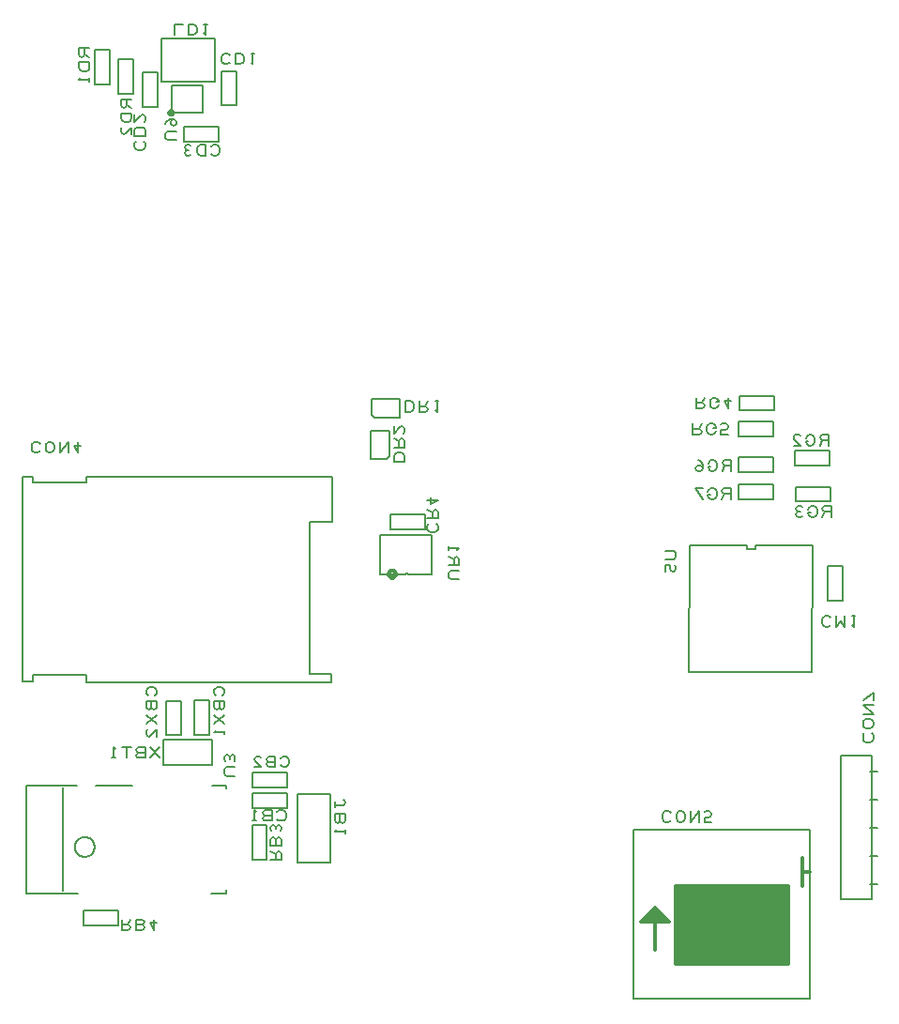
<source format=gbr>
%FSLAX35Y35*%
%MOMM*%
G04 EasyPC Gerber Version 18.0.9 Build 3640 *
%ADD10C,0.12700*%
%ADD91C,0.20000*%
%ADD92C,0.30480*%
X0Y0D02*
D02*
D10*
X761440Y5292260D02*
X753500Y5300200D01*
X737620Y5308140*
X713810*
X697940Y5300200*
X690000Y5292260*
X682060Y5276390*
Y5244640*
X690000Y5228760*
X697940Y5220820*
X713810Y5212890*
X737620*
X753500Y5220820*
X761440Y5228760*
X809060Y5276390D02*
Y5244640D01*
X817000Y5228760*
X824940Y5220820*
X840810Y5212890*
X856690*
X872560Y5220820*
X880500Y5228760*
X888440Y5244640*
Y5276390*
X880500Y5292260*
X872560Y5300200*
X856690Y5308140*
X840810*
X824940Y5300200*
X817000Y5292260*
X809060Y5276390*
X936060Y5308140D02*
Y5212890D01*
X1015440Y5308140*
Y5212890*
X1102750Y5308140D02*
Y5212890D01*
X1063060Y5276390*
X1126560*
X963070Y2190850D02*
Y1259850D01*
X1096070Y2211850D02*
X634070D01*
Y1231850*
X1103070*
X1124070Y1735850D02*
X1131660Y1739060D01*
X1139520Y1741550*
X1147570Y1743310*
X1155750Y1744320*
X1163990Y1744570*
X1172220Y1744060*
X1180360Y1742790*
X1188350Y1740780*
X1196120Y1738040*
X1203610Y1734590*
X1210750Y1730470*
X1217480Y1725700*
X1223740Y1720330*
X1229470Y1714410*
X1234630Y1707990*
X1239180Y1701120*
X1243080Y1693860*
X1246290Y1686270*
X1248790Y1678410*
X1250550Y1670360*
X1251560Y1662180*
X1251810Y1653940*
X1251300Y1645710*
X1250030Y1637560*
X1248020Y1629570*
X1245280Y1621800*
X1241830Y1614310*
X1237710Y1607170*
X1232940Y1600440*
X1227570Y1594180*
X1221650Y1588440*
X1215220Y1583270*
X1208340Y1578720*
X1201070Y1574850*
X1193480Y1571640*
X1185620Y1569150*
X1177570Y1567390*
X1169390Y1566380*
X1161150Y1566130*
X1152920Y1566640*
X1144780Y1567910*
X1136790Y1569920*
X1129020Y1572660*
X1121530Y1576110*
X1114390Y1580230*
X1107660Y1585000*
X1101400Y1590370*
X1095670Y1596290*
X1090510Y1602710*
X1085960Y1609580*
X1082060Y1616840*
X1078850Y1624430*
X1076350Y1632290*
X1074590Y1640340*
X1073580Y1648520*
X1073330Y1656760*
X1073840Y1664990*
X1075110Y1673140*
X1077120Y1681130*
X1079860Y1688900*
X1083310Y1696390*
X1087430Y1703530*
X1092200Y1710260*
X1097570Y1716520*
X1103490Y1722260*
X1109920Y1727430*
X1116800Y1731980*
X1124070Y1735850*
X1206160Y8860160D02*
X1110910D01*
Y8804600*
X1118840Y8788720*
X1134720Y8780780*
X1150590Y8788720*
X1158530Y8804600*
Y8860160*
Y8804600D02*
X1206160Y8780780D01*
Y8733160D02*
X1110910D01*
Y8685530*
X1118840Y8669660*
X1126780Y8661720*
X1142660Y8653780*
X1174410*
X1190280Y8661720*
X1198220Y8669660*
X1206160Y8685530*
Y8733160*
Y8590280D02*
Y8558530D01*
Y8574410D02*
X1110910D01*
X1126780Y8590280*
X1251420Y8535940D02*
X1386040D01*
Y8848360*
X1251420*
Y8535940*
X1463810Y8450350D02*
X1598430D01*
Y8762770*
X1463810*
Y8450350*
X1465430Y950270D02*
Y1084890D01*
X1153010*
Y950270*
X1465430*
X1496250Y1000110D02*
Y904860D01*
X1551810*
X1567690Y912790*
X1575630Y928670*
X1567690Y944540*
X1551810Y952480*
X1496250*
X1551810D02*
X1575630Y1000110D01*
X1678810Y952480D02*
X1694690Y960420D01*
X1702630Y976290*
X1694690Y992170*
X1678810Y1000110*
X1623250*
Y904860*
X1678810*
X1694690Y912790*
X1702630Y928670*
X1694690Y944540*
X1678810Y952480*
X1623250*
X1789940Y1000110D02*
Y904860D01*
X1750250Y968360*
X1813750*
X1627870Y8020240D02*
X1619930Y8012300D01*
X1611990Y7996420*
Y7972610*
X1619930Y7956740*
X1627870Y7948800*
X1643740Y7940860*
X1675490*
X1691370Y7948800*
X1699310Y7956740*
X1707240Y7972610*
Y7996420*
X1699310Y8012300*
X1691370Y8020240*
X1611990Y8067860D02*
X1707240D01*
Y8115490*
X1699310Y8131360*
X1691370Y8139300*
X1675490Y8147240*
X1643740*
X1627870Y8139300*
X1619930Y8131360*
X1611990Y8115490*
Y8067860*
Y8258360D02*
Y8194860D01*
X1667560Y8250420*
X1683430Y8258360*
X1699310Y8250420*
X1707240Y8234550*
Y8210740*
X1699310Y8194860*
X1593070Y2211850D02*
X1264070D01*
X1586560Y8400510D02*
X1491310D01*
Y8344950*
X1499240Y8329070*
X1515120Y8321130*
X1530990Y8329070*
X1538930Y8344950*
Y8400510*
Y8344950D02*
X1586560Y8321130D01*
Y8273510D02*
X1491310D01*
Y8225880*
X1499240Y8210010*
X1507180Y8202070*
X1523060Y8194130*
X1554810*
X1570680Y8202070*
X1578620Y8210010*
X1586560Y8225880*
Y8273510*
Y8083010D02*
Y8146510D01*
X1530990Y8090950*
X1515120Y8083010*
X1499240Y8090950*
X1491310Y8106820*
Y8130630*
X1499240Y8146510*
X1682540Y8326720D02*
X1817160D01*
Y8639140*
X1682540*
Y8326720*
X1835440Y2458380D02*
X1756060Y2553630D01*
X1835440D02*
X1756060Y2458380D01*
X1652880Y2506010D02*
X1637000Y2498070D01*
X1629060Y2482200*
X1637000Y2466320*
X1652880Y2458380*
X1708440*
Y2553630*
X1652880*
X1637000Y2545700*
X1629060Y2529820*
X1637000Y2513950*
X1652880Y2506010*
X1708440*
X1541750Y2458380D02*
Y2553630D01*
X1581440D02*
X1502060D01*
X1438560Y2458380D02*
X1406810D01*
X1422690D02*
Y2553630D01*
X1438560Y2537760*
X1795750Y3017720D02*
X1803690Y3025660D01*
X1811630Y3041540*
Y3065350*
X1803690Y3081220*
X1795750Y3089160*
X1779880Y3097100*
X1748130*
X1732250Y3089160*
X1724310Y3081220*
X1716380Y3065350*
Y3041540*
X1724310Y3025660*
X1732250Y3017720*
X1764000Y2914540D02*
X1771940Y2898660D01*
X1787810Y2890720*
X1803690Y2898660*
X1811630Y2914540*
Y2970100*
X1716380*
Y2914540*
X1724310Y2898660*
X1740190Y2890720*
X1756060Y2898660*
X1764000Y2914540*
Y2970100*
X1811630Y2843100D02*
X1716380Y2763720D01*
Y2843100D02*
X1811630Y2763720D01*
Y2652600D02*
Y2716100D01*
X1756060Y2660540*
X1740190Y2652600*
X1724310Y2660540*
X1716380Y2676410*
Y2700220*
X1724310Y2716100*
X1857480Y8947780D02*
X2333280D01*
Y8556980*
X1857480*
Y8947780*
X1986200Y8029620D02*
X1914770D01*
X1898890Y8037560*
X1890950Y8053430*
Y8085180*
X1898890Y8101060*
X1914770Y8109000*
X1986200*
X1890950Y8180430D02*
X1898890Y8196310D01*
X1914770Y8212180*
X1938580Y8220120*
X1962390*
X1978270Y8212180*
X1986200Y8196310*
Y8180430*
X1978270Y8164560*
X1962390Y8156620*
X1946520Y8164560*
X1938580Y8180430*
Y8196310*
X1946520Y8212180*
X1962390Y8220120*
X1965220Y8277890D02*
X1964830Y8273480D01*
X1963680Y8269200*
X1961810Y8265190*
X1959270Y8261560*
X1956140Y8258430*
X1952510Y8255890*
X1948500Y8254020*
X1944220Y8252880*
X1939810Y8252500*
X1935400Y8252890*
X1931130Y8254040*
X1927120Y8255910*
X1923500Y8258450*
X1920370Y8261580*
X1917830Y8265210*
X1915960Y8269220*
X1914820Y8273490*
X1914420Y8277890*
X1914810Y8282300*
X1915960Y8286580*
X1917830Y8290590*
X1920370Y8294220*
X1923500Y8297350*
X1927130Y8299890*
X1931140Y8301760*
X1935420Y8302900*
X1939830Y8303280*
X1944240Y8302890*
X1948510Y8301740*
X1952520Y8299870*
X1956140Y8297330*
X1959270Y8294200*
X1961810Y8290570*
X1963680Y8286560*
X1964820Y8282290*
X1965220Y8277890*
G36*
X1964830Y8273480*
X1963680Y8269200*
X1961810Y8265190*
X1959270Y8261560*
X1956140Y8258430*
X1952510Y8255890*
X1948500Y8254020*
X1944220Y8252880*
X1939810Y8252500*
X1935400Y8252890*
X1931130Y8254040*
X1927120Y8255910*
X1923500Y8258450*
X1920370Y8261580*
X1917830Y8265210*
X1915960Y8269220*
X1914820Y8273490*
X1914420Y8277890*
X1914810Y8282300*
X1915960Y8286580*
X1917830Y8290590*
X1920370Y8294220*
X1923500Y8297350*
X1927130Y8299890*
X1931140Y8301760*
X1935420Y8302900*
X1939830Y8303280*
X1944240Y8302890*
X1948510Y8301740*
X1952520Y8299870*
X1956140Y8297330*
X1959270Y8294200*
X1961810Y8290570*
X1963680Y8286560*
X1964820Y8282290*
X1965220Y8277890*
G37*
X1968580Y8978850D02*
Y9074100D01*
X2047960*
X2095580D02*
Y8978850D01*
X2143210*
X2159080Y8986780*
X2167020Y8994720*
X2174960Y9010600*
Y9042350*
X2167020Y9058220*
X2159080Y9066160*
X2143210Y9074100*
X2095580*
X2238460D02*
X2270210D01*
X2254330D02*
Y8978850D01*
X2238460Y8994720*
X2032720Y2974350D02*
X1898100D01*
Y2661930*
X2032720*
Y2974350*
X2226370Y8279940D02*
Y8525540D01*
X1945570*
Y8279940*
X2226370*
X2283150Y2977520D02*
X2148530D01*
Y2665100*
X2283150*
Y2977520*
X2309440Y2394580D02*
X1868640D01*
Y2620380*
X2309440*
Y2394580*
X2368880Y8019370D02*
Y8153990D01*
X2056460*
Y8019370*
X2368880*
X2301300Y7907640D02*
X2309240Y7899700D01*
X2325120Y7891760*
X2348930*
X2364800Y7899700*
X2372740Y7907640*
X2380680Y7923510*
Y7955260*
X2372740Y7971140*
X2364800Y7979080*
X2348930Y7987010*
X2325120*
X2309240Y7979080*
X2301300Y7971140*
X2253680Y7891760D02*
Y7987010D01*
X2206050*
X2190180Y7979080*
X2182240Y7971140*
X2174300Y7955260*
Y7923510*
X2182240Y7907640*
X2190180Y7899700*
X2206050Y7891760*
X2253680*
X2118740Y7899700D02*
X2102870Y7891760D01*
X2086990*
X2071120Y7899700*
X2063180Y7915580*
X2071120Y7931450*
X2086990Y7939390*
X2102870*
X2086990D02*
X2071120Y7947330D01*
X2063180Y7963200*
X2071120Y7979080*
X2086990Y7987010*
X2102870*
X2118740Y7979080*
X2472740Y8795110D02*
X2464800Y8803050D01*
X2448920Y8810990*
X2425110*
X2409240Y8803050*
X2401300Y8795110*
X2393360Y8779240*
Y8747490*
X2401300Y8731610*
X2409240Y8723670*
X2425110Y8715740*
X2448920*
X2464800Y8723670*
X2472740Y8731610*
X2520360Y8810990D02*
Y8715740D01*
X2567990*
X2583860Y8723670*
X2591800Y8731610*
X2599740Y8747490*
Y8779240*
X2591800Y8795110*
X2583860Y8803050*
X2567990Y8810990*
X2520360*
X2663240D02*
X2694990D01*
X2679110D02*
Y8715740D01*
X2663240Y8731610*
X2398960Y8342570D02*
X2533580D01*
Y8654990*
X2398960*
Y8342570*
X2518760Y2295090D02*
X2447330D01*
X2431450Y2303030*
X2423510Y2318900*
Y2350650*
X2431450Y2366530*
X2447330Y2374470*
X2518760*
X2431450Y2430030D02*
X2423510Y2445900D01*
Y2461780*
X2431450Y2477650*
X2447330Y2485590*
X2463200Y2477650*
X2471140Y2461780*
Y2445900*
Y2461780D02*
X2479080Y2477650D01*
X2494950Y2485590*
X2510830Y2477650*
X2518760Y2461780*
Y2445900*
X2510830Y2430030*
X2440070Y1266850D02*
Y1231850D01*
X2307070*
X2440070Y2183850D02*
Y2211850D01*
X2314070*
X2407560Y3020890D02*
X2415500Y3028830D01*
X2423440Y3044710*
Y3068520*
X2415500Y3084390*
X2407560Y3092330*
X2391690Y3100270*
X2359940*
X2344060Y3092330*
X2336120Y3084390*
X2328190Y3068520*
Y3044710*
X2336120Y3028830*
X2344060Y3020890*
X2375810Y2917710D02*
X2383750Y2901830D01*
X2399620Y2893890*
X2415500Y2901830*
X2423440Y2917710*
Y2973270*
X2328190*
Y2917710*
X2336120Y2901830*
X2352000Y2893890*
X2367870Y2901830*
X2375810Y2917710*
Y2973270*
X2423440Y2846270D02*
X2328190Y2766890D01*
Y2846270D02*
X2423440Y2766890D01*
Y2703390D02*
Y2671640D01*
Y2687520D02*
X2328190D01*
X2344060Y2703390*
X2671580Y1539750D02*
X2806200D01*
Y1852170*
X2671580*
Y1539750*
X2838780Y1537460D02*
X2934030D01*
Y1593020*
X2926100Y1608900*
X2910220Y1616840*
X2894350Y1608900*
X2886410Y1593020*
Y1537460*
Y1593020D02*
X2838780Y1616840D01*
X2886410Y1720020D02*
X2878470Y1735900D01*
X2862600Y1743840*
X2846720Y1735900*
X2838780Y1720020*
Y1664460*
X2934030*
Y1720020*
X2926100Y1735900*
X2910220Y1743840*
X2894350Y1735900*
X2886410Y1720020*
Y1664460*
X2846720Y1799400D02*
X2838780Y1815270D01*
Y1831150*
X2846720Y1847020*
X2862600Y1854960*
X2878470Y1847020*
X2886410Y1831150*
Y1815270*
Y1831150D02*
X2894350Y1847020D01*
X2910220Y1854960*
X2926100Y1847020*
X2934030Y1831150*
Y1815270*
X2926100Y1799400*
X2897260Y1906830D02*
X2905200Y1898890D01*
X2921080Y1890950*
X2944890*
X2960760Y1898890*
X2968700Y1906830*
X2976640Y1922700*
Y1954450*
X2968700Y1970330*
X2960760Y1978270*
X2944890Y1986200*
X2921080*
X2905200Y1978270*
X2897260Y1970330*
X2794080Y1938580D02*
X2778200Y1930640D01*
X2770260Y1914770*
X2778200Y1898890*
X2794080Y1890950*
X2849640*
Y1986200*
X2794080*
X2778200Y1978270*
X2770260Y1962390*
X2778200Y1946520*
X2794080Y1938580*
X2849640*
X2706760Y1890950D02*
X2675010D01*
X2690890D02*
Y1986200D01*
X2706760Y1970330*
X2987030Y2009050D02*
Y2143670D01*
X2674610*
Y2009050*
X2987030*
X2990200Y2192910D02*
Y2327530D01*
X2677780*
Y2192910*
X2990200*
X2928960Y2391840D02*
X2936900Y2383900D01*
X2952780Y2375960*
X2976590*
X2992460Y2383900*
X3000400Y2391840*
X3008340Y2407710*
Y2439460*
X3000400Y2455340*
X2992460Y2463280*
X2976590Y2471210*
X2952780*
X2936900Y2463280*
X2928960Y2455340*
X2825780Y2423590D02*
X2809900Y2415650D01*
X2801960Y2399780*
X2809900Y2383900*
X2825780Y2375960*
X2881340*
Y2471210*
X2825780*
X2809900Y2463280*
X2801960Y2447400*
X2809900Y2431530*
X2825780Y2423590*
X2881340*
X2690840Y2375960D02*
X2754340D01*
X2698780Y2431530*
X2690840Y2447400*
X2698780Y2463280*
X2714650Y2471210*
X2738460*
X2754340Y2463280*
X3376300Y2130740D02*
Y1514790D01*
X3084200*
Y2130740*
X3376300*
X3498040Y2079530D02*
X3505980Y2071590D01*
X3513920Y2055720*
X3505980Y2039840*
X3498040Y2031900*
X3418670*
Y2016030*
Y2031900D02*
Y2063650D01*
X3466290Y1896970D02*
X3474230Y1881090D01*
X3490100Y1873150*
X3505980Y1881090*
X3513920Y1896970*
Y1952530*
X3418670*
Y1896970*
X3426600Y1881090*
X3442480Y1873150*
X3458350Y1881090*
X3466290Y1896970*
Y1952530*
X3513920Y1809650D02*
Y1777900D01*
Y1793780D02*
X3418670D01*
X3434540Y1809650*
X3743970Y5151380D02*
Y5406630D01*
X3911920*
Y5176780*
X3886520Y5151380*
X3743970*
X3753410Y5693140D02*
X4008660D01*
Y5525190*
X3778810*
X3753410Y5550590*
Y5693140*
X3951450Y5130430D02*
X4046700D01*
Y5178060*
X4038770Y5193930*
X4030830Y5201870*
X4014950Y5209810*
X3983200*
X3967330Y5201870*
X3959390Y5193930*
X3951450Y5178060*
Y5130430*
Y5257430D02*
X4046700D01*
Y5312990*
X4038770Y5328870*
X4022890Y5336810*
X4007020Y5328870*
X3999080Y5312990*
Y5257430*
Y5312990D02*
X3951450Y5336810D01*
Y5447930D02*
Y5384430D01*
X4007020Y5439990*
X4022890Y5447930*
X4038770Y5439990*
X4046700Y5424120*
Y5400310*
X4038770Y5384430*
X4054440Y5675860D02*
Y5580610D01*
X4102070*
X4117940Y5588540*
X4125880Y5596480*
X4133820Y5612360*
Y5644110*
X4125880Y5659980*
X4117940Y5667920*
X4102070Y5675860*
X4054440*
X4181440D02*
Y5580610D01*
X4237000*
X4252880Y5588540*
X4260820Y5604420*
X4252880Y5620290*
X4237000Y5628230*
X4181440*
X4237000D02*
X4260820Y5675860D01*
X4324320D02*
X4356070D01*
X4340190D02*
Y5580610D01*
X4324320Y5596480*
X4268480Y4571280D02*
X4260540Y4563340D01*
X4252600Y4547460*
Y4523650*
X4260540Y4507780*
X4268480Y4499840*
X4284350Y4491900*
X4316100*
X4331980Y4499840*
X4339920Y4507780*
X4347850Y4523650*
Y4547460*
X4339920Y4563340*
X4331980Y4571280*
X4252600Y4618900D02*
X4347850D01*
Y4674460*
X4339920Y4690340*
X4324040Y4698280*
X4308170Y4690340*
X4300230Y4674460*
Y4618900*
Y4674460D02*
X4252600Y4698280D01*
Y4785590D02*
X4347850D01*
X4284350Y4745900*
Y4809400*
X4232840Y4522860D02*
Y4657480D01*
X3920420*
Y4522860*
X4232840*
X4293090Y4117190D02*
Y4467190D01*
X3827490*
Y4117190*
X4054990*
Y4120990*
X4079990*
Y4117190*
X4293090*
X4540050Y4067190D02*
X4468620D01*
X4452740Y4075130*
X4444800Y4091000*
Y4122750*
X4452740Y4138630*
X4468620Y4146570*
X4540050*
X4444800Y4194190D02*
X4540050D01*
Y4249750*
X4532120Y4265630*
X4516240Y4273570*
X4500370Y4265630*
X4492430Y4249750*
Y4194190*
Y4249750D02*
X4444800Y4273570D01*
Y4337070D02*
Y4368820D01*
Y4352940D02*
X4540050D01*
X4524180Y4337070*
X6113640Y284110D02*
X7701140D01*
Y1808110*
X6113640*
Y284110*
X6451090Y1960590D02*
X6443150Y1968530D01*
X6427270Y1976470*
X6403460*
X6387590Y1968530*
X6379650Y1960590*
X6371710Y1944720*
Y1912970*
X6379650Y1897090*
X6387590Y1889150*
X6403460Y1881220*
X6427270*
X6443150Y1889150*
X6451090Y1897090*
X6498710Y1944720D02*
Y1912970D01*
X6506650Y1897090*
X6514590Y1889150*
X6530460Y1881220*
X6546340*
X6562210Y1889150*
X6570150Y1897090*
X6578090Y1912970*
Y1944720*
X6570150Y1960590*
X6562210Y1968530*
X6546340Y1976470*
X6530460*
X6514590Y1968530*
X6506650Y1960590*
X6498710Y1944720*
X6625710Y1976470D02*
Y1881220D01*
X6705090Y1976470*
Y1881220*
X6752710Y1968530D02*
X6768590Y1976470D01*
X6792400*
X6808270Y1968530*
X6816210Y1952650*
Y1944720*
X6808270Y1928840*
X6792400Y1920900*
X6752710*
Y1881220*
X6816210*
X6401650Y4327840D02*
X6473080D01*
X6488960Y4319900*
X6496900Y4304030*
Y4272280*
X6488960Y4256400*
X6473080Y4248460*
X6401650*
X6488960Y4200840D02*
X6496900Y4184960D01*
Y4161150*
X6488960Y4145280*
X6473080Y4137340*
X6465150*
X6449270Y4145280*
X6441330Y4161150*
Y4200840*
X6401650*
Y4137340*
X6623590Y4378900D02*
X6609210Y3229520D01*
X7719210*
X7733590Y4378900*
X7216090*
Y4341400*
X7141090*
Y4378900*
X6623590*
X6647500Y5472980D02*
Y5377730D01*
X6703060*
X6718940Y5385660*
X6726880Y5401540*
X6718940Y5417410*
X6703060Y5425350*
X6647500*
X6703060D02*
X6726880Y5472980D01*
X6830060Y5433290D02*
X6853880D01*
Y5441230*
X6845940Y5457100*
X6838000Y5465040*
X6822130Y5472980*
X6806250*
X6790380Y5465040*
X6782440Y5457100*
X6774500Y5441230*
Y5409480*
X6782440Y5393600*
X6790380Y5385660*
X6806250Y5377730*
X6822130*
X6838000Y5385660*
X6845940Y5393600*
X6853880Y5409480*
X6901500Y5465040D02*
X6917380Y5472980D01*
X6941190*
X6957060Y5465040*
X6965000Y5449160*
Y5441230*
X6957060Y5425350*
X6941190Y5417410*
X6901500*
Y5377730*
X6965000*
X6676030Y5707560D02*
Y5612310D01*
X6731590*
X6747470Y5620240*
X6755410Y5636120*
X6747470Y5651990*
X6731590Y5659930*
X6676030*
X6731590D02*
X6755410Y5707560D01*
X6858590Y5667870D02*
X6882410D01*
Y5675810*
X6874470Y5691680*
X6866530Y5699620*
X6850660Y5707560*
X6834780*
X6818910Y5699620*
X6810970Y5691680*
X6803030Y5675810*
Y5644060*
X6810970Y5628180*
X6818910Y5620240*
X6834780Y5612310*
X6850660*
X6866530Y5620240*
X6874470Y5628180*
X6882410Y5644060*
X6969720Y5707560D02*
Y5612310D01*
X6930030Y5675810*
X6993530*
X6989860Y4794670D02*
Y4889920D01*
X6934300*
X6918420Y4881990*
X6910480Y4866110*
X6918420Y4850240*
X6934300Y4842300*
X6989860*
X6934300D02*
X6910480Y4794670D01*
X6807300Y4834360D02*
X6783480D01*
Y4826420*
X6791420Y4810550*
X6799360Y4802610*
X6815230Y4794670*
X6831110*
X6846980Y4802610*
X6854920Y4810550*
X6862860Y4826420*
Y4858170*
X6854920Y4874050*
X6846980Y4881990*
X6831110Y4889920*
X6815230*
X6799360Y4881990*
X6791420Y4874050*
X6783480Y4858170*
X6735860Y4794670D02*
X6672360Y4889920D01*
X6735860*
X6993030Y5048270D02*
Y5143520D01*
X6937470*
X6921590Y5135590*
X6913650Y5119710*
X6921590Y5103840*
X6937470Y5095900*
X6993030*
X6937470D02*
X6913650Y5048270D01*
X6810470Y5087960D02*
X6786650D01*
Y5080020*
X6794590Y5064150*
X6802530Y5056210*
X6818400Y5048270*
X6834280*
X6850150Y5056210*
X6858090Y5064150*
X6866030Y5080020*
Y5111770*
X6858090Y5127650*
X6850150Y5135590*
X6834280Y5143520*
X6818400*
X6802530Y5135590*
X6794590Y5127650*
X6786650Y5111770*
X6739030Y5072090D02*
X6731090Y5087960D01*
X6715220Y5095900*
X6699340*
X6683470Y5087960*
X6675530Y5072090*
X6683470Y5056210*
X6699340Y5048270*
X6715220*
X6731090Y5056210*
X6739030Y5072090*
Y5095900*
X6731090Y5119710*
X6715220Y5135590*
X6699340Y5143520*
X7065060Y4926930D02*
Y4792310D01*
X7377480*
Y4926930*
X7065060*
Y5167850D02*
Y5033230D01*
X7377480*
Y5167850*
X7065060*
Y5494360D02*
Y5359740D01*
X7377480*
Y5494360*
X7065060*
X7068230Y5725770D02*
Y5591150D01*
X7380650*
Y5725770*
X7068230*
X7565920Y5231250D02*
Y5096630D01*
X7878340*
Y5231250*
X7565920*
X7581770Y4904740D02*
Y4770120D01*
X7894190*
Y4904740*
X7581770*
X7892620Y3722050D02*
X7884680Y3729990D01*
X7868800Y3737930*
X7844990*
X7829120Y3729990*
X7821180Y3722050*
X7813240Y3706180*
Y3674430*
X7821180Y3658550*
X7829120Y3650610*
X7844990Y3642680*
X7868800*
X7884680Y3650610*
X7892620Y3658550*
X7940240Y3737930D02*
Y3642680D01*
X7979930Y3690300*
X8019620Y3642680*
Y3737930*
X8083120D02*
X8114870D01*
X8098990D02*
Y3642680D01*
X8083120Y3658550*
X7864040Y3876040D02*
X7998660D01*
Y4188460*
X7864040*
Y3876040*
X7874290Y5276510D02*
Y5371760D01*
X7818730*
X7802850Y5363830*
X7794910Y5347950*
X7802850Y5332080*
X7818730Y5324140*
X7874290*
X7818730D02*
X7794910Y5276510D01*
X7691730Y5316200D02*
X7667910D01*
Y5308260*
X7675850Y5292390*
X7683790Y5284450*
X7699660Y5276510*
X7715540*
X7731410Y5284450*
X7739350Y5292390*
X7747290Y5308260*
Y5340010*
X7739350Y5355890*
X7731410Y5363830*
X7715540Y5371760*
X7699660*
X7683790Y5363830*
X7675850Y5355890*
X7667910Y5340010*
X7556790Y5276510D02*
X7620290D01*
X7564730Y5332080*
X7556790Y5347950*
X7564730Y5363830*
X7580600Y5371760*
X7604410*
X7620290Y5363830*
X7896480Y4633000D02*
Y4728250D01*
X7840920*
X7825040Y4720320*
X7817100Y4704440*
X7825040Y4688570*
X7840920Y4680630*
X7896480*
X7840920D02*
X7817100Y4633000D01*
X7713920Y4672690D02*
X7690100D01*
Y4664750*
X7698040Y4648880*
X7705980Y4640940*
X7721850Y4633000*
X7737730*
X7753600Y4640940*
X7761540Y4648880*
X7769480Y4664750*
Y4696500*
X7761540Y4712380*
X7753600Y4720320*
X7737730Y4728250*
X7721850*
X7705980Y4720320*
X7698040Y4712380*
X7690100Y4696500*
X7634540Y4640940D02*
X7618670Y4633000D01*
X7602790*
X7586920Y4640940*
X7578980Y4656820*
X7586920Y4672690*
X7602790Y4680630*
X7618670*
X7602790D02*
X7586920Y4688570D01*
X7578980Y4704440*
X7586920Y4720320*
X7602790Y4728250*
X7618670*
X7634540Y4720320*
X8199280Y2678790D02*
X8191340Y2670850D01*
X8183400Y2654970*
Y2631160*
X8191340Y2615290*
X8199280Y2607350*
X8215150Y2599410*
X8246900*
X8262780Y2607350*
X8270720Y2615290*
X8278650Y2631160*
Y2654970*
X8270720Y2670850*
X8262780Y2678790*
X8215150Y2726410D02*
X8246900D01*
X8262780Y2734350*
X8270720Y2742290*
X8278650Y2758160*
Y2774040*
X8270720Y2789910*
X8262780Y2797850*
X8246900Y2805790*
X8215150*
X8199280Y2797850*
X8191340Y2789910*
X8183400Y2774040*
Y2758160*
X8191340Y2742290*
X8199280Y2734350*
X8215150Y2726410*
X8183400Y2853410D02*
X8278650D01*
X8183400Y2932790*
X8278650*
X8183400Y2980410D02*
X8278650Y3043910D01*
Y2980410*
X8248550Y1321100D02*
X8312050D01*
X8248550Y1575100D02*
X8312050D01*
X8248550Y1829100D02*
X8312050D01*
X8248550Y2083100D02*
X8312050D01*
X8248550Y2337100D02*
X8312050D01*
X8261250Y2476800D02*
Y1181400D01*
X7981850*
Y2476800*
X8261250*
D02*
D91*
X3191970Y3708990D02*
Y4585290D01*
X3395170*
Y4991690*
X1179020*
Y4940890*
X696420*
Y4991690*
X601170*
Y3143840*
X696420*
Y3207340*
X1179020*
Y3137490*
X3388820*
X3191970Y3708990D02*
Y3213690D01*
X3388820*
Y3137490*
D02*
D92*
X3905740Y4114640D02*
X3906130Y4119610D01*
X3907290Y4124450*
X3909200Y4129050*
X3911800Y4133300*
X3915040Y4137090*
X3918830Y4140330*
X3923080Y4142930*
X3927680Y4144840*
X3932530Y4146000*
X3937500Y4146390*
X3942470Y4146000*
X3947310Y4144830*
X3951910Y4142920*
X3956160Y4140320*
X3959950Y4137080*
X3963180Y4133290*
X3965780Y4129040*
X3967680Y4124440*
X3968840Y4119600*
X3969240Y4114640*
X3968850Y4109670*
X3967690Y4104830*
X3965780Y4100230*
X3963180Y4095980*
X3959940Y4092190*
X3956150Y4088950*
X3951900Y4086350*
X3947300Y4084440*
X3942450Y4083280*
X3937480Y4082890*
X3932510Y4083280*
X3927670Y4084450*
X3923070Y4086360*
X3918820Y4088960*
X3915030Y4092200*
X3911800Y4095990*
X3909200Y4100240*
X3907300Y4104840*
X3906140Y4109680*
X3905740Y4114640*
X6304140Y982610D02*
Y728610D01*
Y1109610D02*
X6431140Y982610D01*
X6177140*
X6304140Y1109610*
G36*
X6431140Y982610*
X6177140*
X6304140Y1109610*
G37*
X6494640Y1300110D02*
X7510640D01*
Y601610*
X6494640*
Y1300110*
G36*
X7510640*
Y601610*
X6494640*
Y1300110*
G37*
X7637640D02*
Y1554110D01*
Y1427110D02*
X7701140D01*
X0Y0D02*
M02*

</source>
